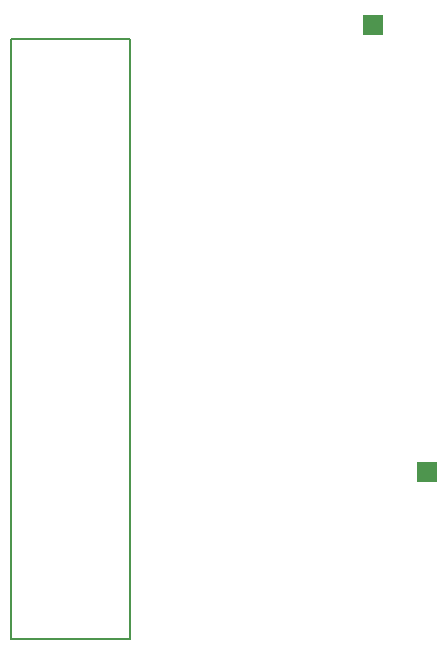
<source format=gbo>
G75*
%MOIN*%
%OFA0B0*%
%FSLAX25Y25*%
%IPPOS*%
%LPD*%
%AMOC8*
5,1,8,0,0,1.08239X$1,22.5*
%
%ADD10R,0.07000X0.07000*%
%ADD11C,0.00500*%
D10*
X0142000Y0093406D03*
X0124000Y0242406D03*
D11*
X0042985Y0038007D02*
X0003615Y0038007D01*
X0003615Y0237929D01*
X0042985Y0237929D01*
X0042985Y0038007D01*
M02*

</source>
